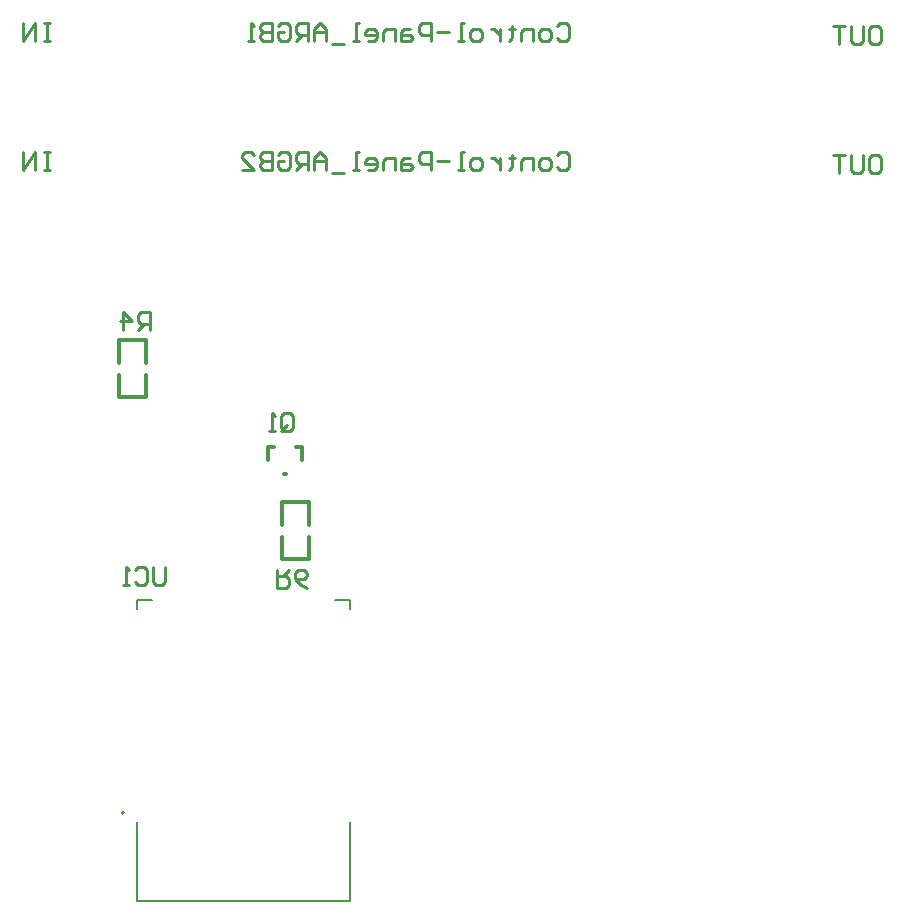
<source format=gbr>
%TF.GenerationSoftware,Altium Limited,Altium Designer,24.0.1 (36)*%
G04 Layer_Color=32896*
%FSLAX45Y45*%
%MOMM*%
%TF.SameCoordinates,E2561F4A-6B88-4173-B20F-5EBD6E3589F9*%
%TF.FilePolarity,Positive*%
%TF.FileFunction,Legend,Bot*%
%TF.Part,Single*%
G01*
G75*
%TA.AperFunction,NonConductor*%
%ADD50C,0.25400*%
%ADD51C,0.20000*%
%ADD52C,0.30480*%
%ADD53C,0.12700*%
D50*
X7543825Y7416751D02*
X7594608D01*
X7620000Y7391359D01*
Y7289792D01*
X7594608Y7264400D01*
X7543825D01*
X7518433Y7289792D01*
Y7391359D01*
X7543825Y7416751D01*
X7467649D02*
Y7289792D01*
X7442257Y7264400D01*
X7391474D01*
X7366082Y7289792D01*
Y7416751D01*
X7315299D02*
X7213731D01*
X7264515D01*
Y7264400D01*
X7543825Y6324551D02*
X7594608D01*
X7620000Y6299159D01*
Y6197592D01*
X7594608Y6172200D01*
X7543825D01*
X7518433Y6197592D01*
Y6299159D01*
X7543825Y6324551D01*
X7467649D02*
Y6197592D01*
X7442257Y6172200D01*
X7391474D01*
X7366082Y6197592D01*
Y6324551D01*
X7315299D02*
X7213731D01*
X7264515D01*
Y6172200D01*
X584200Y6349951D02*
X533417D01*
X558808D01*
Y6197600D01*
X584200D01*
X533417D01*
X457241D02*
Y6349951D01*
X355674Y6197600D01*
Y6349951D01*
X584200Y7442151D02*
X533417D01*
X558808D01*
Y7289800D01*
X584200D01*
X533417D01*
X457241D02*
Y7442151D01*
X355674Y7289800D01*
Y7442151D01*
X4876833Y6324551D02*
X4902225Y6349943D01*
X4953008D01*
X4978400Y6324551D01*
Y6222984D01*
X4953008Y6197592D01*
X4902225D01*
X4876833Y6222984D01*
X4800657Y6197592D02*
X4749874D01*
X4724482Y6222984D01*
Y6273767D01*
X4749874Y6299159D01*
X4800657D01*
X4826049Y6273767D01*
Y6222984D01*
X4800657Y6197592D01*
X4673699D02*
Y6299159D01*
X4597523D01*
X4572131Y6273767D01*
Y6197592D01*
X4495956Y6324551D02*
Y6299159D01*
X4521348D01*
X4470564D01*
X4495956D01*
Y6222984D01*
X4470564Y6197592D01*
X4394389Y6299159D02*
Y6197592D01*
Y6248375D01*
X4368997Y6273767D01*
X4343605Y6299159D01*
X4318214D01*
X4216646Y6197592D02*
X4165863D01*
X4140471Y6222984D01*
Y6273767D01*
X4165863Y6299159D01*
X4216646D01*
X4242038Y6273767D01*
Y6222984D01*
X4216646Y6197592D01*
X4089688D02*
X4038904D01*
X4064296D01*
Y6349943D01*
X4089688D01*
X3962729Y6273767D02*
X3861161D01*
X3810378Y6197592D02*
Y6349943D01*
X3734203D01*
X3708811Y6324551D01*
Y6273767D01*
X3734203Y6248375D01*
X3810378D01*
X3632635Y6299159D02*
X3581852D01*
X3556460Y6273767D01*
Y6197592D01*
X3632635D01*
X3658027Y6222984D01*
X3632635Y6248375D01*
X3556460D01*
X3505677Y6197592D02*
Y6299159D01*
X3429501D01*
X3404109Y6273767D01*
Y6197592D01*
X3277150D02*
X3327934D01*
X3353326Y6222984D01*
Y6273767D01*
X3327934Y6299159D01*
X3277150D01*
X3251759Y6273767D01*
Y6248375D01*
X3353326D01*
X3200975Y6197592D02*
X3150192D01*
X3175583D01*
Y6349943D01*
X3200975D01*
X3074016Y6172200D02*
X2972449D01*
X2921665Y6197592D02*
Y6299159D01*
X2870882Y6349943D01*
X2820098Y6299159D01*
Y6197592D01*
Y6273767D01*
X2921665D01*
X2769315Y6197592D02*
Y6349943D01*
X2693139D01*
X2667748Y6324551D01*
Y6273767D01*
X2693139Y6248375D01*
X2769315D01*
X2718531D02*
X2667748Y6197592D01*
X2515397Y6324551D02*
X2540789Y6349943D01*
X2591572D01*
X2616964Y6324551D01*
Y6222984D01*
X2591572Y6197592D01*
X2540789D01*
X2515397Y6222984D01*
Y6273767D01*
X2566181D01*
X2464613Y6349943D02*
Y6197592D01*
X2388438D01*
X2363046Y6222984D01*
Y6248375D01*
X2388438Y6273767D01*
X2464613D01*
X2388438D01*
X2363046Y6299159D01*
Y6324551D01*
X2388438Y6349943D01*
X2464613D01*
X2210695Y6197592D02*
X2312263D01*
X2210695Y6299159D01*
Y6324551D01*
X2236087Y6349943D01*
X2286871D01*
X2312263Y6324551D01*
X4876833Y7416751D02*
X4902225Y7442143D01*
X4953008D01*
X4978400Y7416751D01*
Y7315184D01*
X4953008Y7289792D01*
X4902225D01*
X4876833Y7315184D01*
X4800657Y7289792D02*
X4749874D01*
X4724482Y7315184D01*
Y7365967D01*
X4749874Y7391359D01*
X4800657D01*
X4826049Y7365967D01*
Y7315184D01*
X4800657Y7289792D01*
X4673699D02*
Y7391359D01*
X4597523D01*
X4572131Y7365967D01*
Y7289792D01*
X4495956Y7416751D02*
Y7391359D01*
X4521348D01*
X4470564D01*
X4495956D01*
Y7315184D01*
X4470564Y7289792D01*
X4394389Y7391359D02*
Y7289792D01*
Y7340575D01*
X4368997Y7365967D01*
X4343605Y7391359D01*
X4318214D01*
X4216646Y7289792D02*
X4165863D01*
X4140471Y7315184D01*
Y7365967D01*
X4165863Y7391359D01*
X4216646D01*
X4242038Y7365967D01*
Y7315184D01*
X4216646Y7289792D01*
X4089688D02*
X4038904D01*
X4064296D01*
Y7442143D01*
X4089688D01*
X3962729Y7365967D02*
X3861161D01*
X3810378Y7289792D02*
Y7442143D01*
X3734203D01*
X3708811Y7416751D01*
Y7365967D01*
X3734203Y7340575D01*
X3810378D01*
X3632635Y7391359D02*
X3581852D01*
X3556460Y7365967D01*
Y7289792D01*
X3632635D01*
X3658027Y7315184D01*
X3632635Y7340575D01*
X3556460D01*
X3505677Y7289792D02*
Y7391359D01*
X3429501D01*
X3404109Y7365967D01*
Y7289792D01*
X3277150D02*
X3327934D01*
X3353326Y7315184D01*
Y7365967D01*
X3327934Y7391359D01*
X3277150D01*
X3251759Y7365967D01*
Y7340575D01*
X3353326D01*
X3200975Y7289792D02*
X3150192D01*
X3175583D01*
Y7442143D01*
X3200975D01*
X3074016Y7264400D02*
X2972449D01*
X2921665Y7289792D02*
Y7391359D01*
X2870882Y7442143D01*
X2820098Y7391359D01*
Y7289792D01*
Y7365967D01*
X2921665D01*
X2769315Y7289792D02*
Y7442143D01*
X2693139D01*
X2667748Y7416751D01*
Y7365967D01*
X2693139Y7340575D01*
X2769315D01*
X2718531D02*
X2667748Y7289792D01*
X2515397Y7416751D02*
X2540789Y7442143D01*
X2591572D01*
X2616964Y7416751D01*
Y7315184D01*
X2591572Y7289792D01*
X2540789D01*
X2515397Y7315184D01*
Y7365967D01*
X2566181D01*
X2464613Y7442143D02*
Y7289792D01*
X2388438D01*
X2363046Y7315184D01*
Y7340575D01*
X2388438Y7365967D01*
X2464613D01*
X2388438D01*
X2363046Y7391359D01*
Y7416751D01*
X2388438Y7442143D01*
X2464613D01*
X2312263Y7289792D02*
X2261479D01*
X2286871D01*
Y7442143D01*
X2312263Y7416751D01*
X2509980Y2812800D02*
Y2660449D01*
X2586155D01*
X2611547Y2685841D01*
Y2736625D01*
X2586155Y2762017D01*
X2509980D01*
X2560763D02*
X2611547Y2812800D01*
X2763898Y2660449D02*
X2713114Y2685841D01*
X2662331Y2736625D01*
Y2787408D01*
X2687723Y2812800D01*
X2738506D01*
X2763898Y2787408D01*
Y2762017D01*
X2738506Y2736625D01*
X2662331D01*
X1559720Y2842371D02*
Y2715412D01*
X1534328Y2690020D01*
X1483545D01*
X1458153Y2715412D01*
Y2842371D01*
X1305802Y2816979D02*
X1331194Y2842371D01*
X1381977D01*
X1407369Y2816979D01*
Y2715412D01*
X1381977Y2690020D01*
X1331194D01*
X1305802Y2715412D01*
X1255019Y2690020D02*
X1204235D01*
X1229627D01*
Y2842371D01*
X1255019Y2816979D01*
X1430620Y4848740D02*
Y5001091D01*
X1354444D01*
X1329052Y4975699D01*
Y4924915D01*
X1354444Y4899524D01*
X1430620D01*
X1379836D02*
X1329052Y4848740D01*
X1202094D02*
Y5001091D01*
X1278269Y4924915D01*
X1176702D01*
X2540193Y4018432D02*
Y4119999D01*
X2565585Y4145391D01*
X2616368D01*
X2641760Y4119999D01*
Y4018432D01*
X2616368Y3993040D01*
X2565585D01*
X2590977Y4043824D02*
X2540193Y3993040D01*
X2565585D02*
X2540193Y4018432D01*
X2489409Y3993040D02*
X2438626D01*
X2464017D01*
Y4145391D01*
X2489409Y4119999D01*
D51*
X1210000Y758000D02*
G03*
X1210000Y758000I-10000J0D01*
G01*
D52*
X2670000Y3855900D02*
X2720800D01*
X2568400Y3627300D02*
X2581100D01*
X2428700Y3855900D02*
X2479500D01*
X2720800Y3741600D02*
Y3855900D01*
X2428700Y3741600D02*
Y3855900D01*
X1165700Y4757000D02*
X1394300D01*
X1165700Y4274400D02*
X1394300D01*
Y4566500D02*
Y4757000D01*
X1165700Y4566500D02*
Y4757000D01*
Y4274400D02*
Y4464900D01*
X1394300Y4274400D02*
Y4464900D01*
X2545700Y2904400D02*
X2774300D01*
X2545700Y3387000D02*
X2774300D01*
X2545700Y2904400D02*
Y3094900D01*
X2774300Y2904400D02*
Y3094900D01*
Y3196500D02*
Y3387000D01*
X2545700Y3196500D02*
Y3387000D01*
D53*
X2995500Y2559000D02*
X3120000D01*
Y2486000D02*
Y2559000D01*
X1320000D02*
X1444500D01*
X1320000Y2486000D02*
Y2559000D01*
Y9000D02*
Y681000D01*
X3120000Y9000D02*
Y681000D01*
X1320000Y9000D02*
X3120000D01*
%TF.MD5,c09e27b8ba3f8a7aaa3eb3c5709ab64a*%
M02*

</source>
